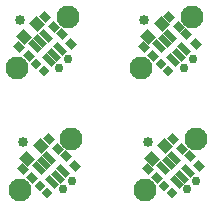
<source format=gts>
G04*
G04 #@! TF.GenerationSoftware,Altium Limited,Altium Designer,21.8.1 (53)*
G04*
G04 Layer_Color=8388736*
%FSLAX25Y25*%
%MOIN*%
G70*
G04*
G04 #@! TF.SameCoordinates,7148B44F-C07B-4FA7-92CD-32C68B6CDD5B*
G04*
G04*
G04 #@! TF.FilePolarity,Negative*
G04*
G01*
G75*
G04:AMPARAMS|DCode=16|XSize=45.28mil|YSize=21.65mil|CornerRadius=0mil|HoleSize=0mil|Usage=FLASHONLY|Rotation=135.000|XOffset=0mil|YOffset=0mil|HoleType=Round|Shape=Rectangle|*
%AMROTATEDRECTD16*
4,1,4,0.02366,-0.00835,0.00835,-0.02366,-0.02366,0.00835,-0.00835,0.02366,0.02366,-0.00835,0.0*
%
%ADD16ROTATEDRECTD16*%

G04:AMPARAMS|DCode=17|XSize=41.34mil|YSize=37.4mil|CornerRadius=0mil|HoleSize=0mil|Usage=FLASHONLY|Rotation=135.000|XOffset=0mil|YOffset=0mil|HoleType=Round|Shape=Rectangle|*
%AMROTATEDRECTD17*
4,1,4,0.02784,-0.00139,0.00139,-0.02784,-0.02784,0.00139,-0.00139,0.02784,0.02784,-0.00139,0.0*
%
%ADD17ROTATEDRECTD17*%

G04:AMPARAMS|DCode=18|XSize=29.53mil|YSize=25.59mil|CornerRadius=0mil|HoleSize=0mil|Usage=FLASHONLY|Rotation=135.000|XOffset=0mil|YOffset=0mil|HoleType=Round|Shape=Rectangle|*
%AMROTATEDRECTD18*
4,1,4,0.01949,-0.00139,0.00139,-0.01949,-0.01949,0.00139,-0.00139,0.01949,0.01949,-0.00139,0.0*
%
%ADD18ROTATEDRECTD18*%

G04:AMPARAMS|DCode=19|XSize=27.56mil|YSize=27.17mil|CornerRadius=0mil|HoleSize=0mil|Usage=FLASHONLY|Rotation=135.000|XOffset=0mil|YOffset=0mil|HoleType=Round|Shape=Rectangle|*
%AMROTATEDRECTD19*
4,1,4,0.01935,-0.00014,0.00014,-0.01935,-0.01935,0.00014,-0.00014,0.01935,0.01935,-0.00014,0.0*
%
%ADD19ROTATEDRECTD19*%

%ADD20C,0.07677*%
%ADD21C,0.03347*%
%ADD22C,0.02953*%
D16*
X801019Y111824D02*
D03*
X802829Y113633D02*
D03*
X804638Y115443D02*
D03*
X800078Y120003D02*
D03*
X798269Y118193D02*
D03*
X796459Y116384D02*
D03*
X802237Y71170D02*
D03*
X804047Y72979D02*
D03*
X805857Y74789D02*
D03*
X801297Y79349D02*
D03*
X799487Y77539D02*
D03*
X797678Y75730D02*
D03*
X760737Y71170D02*
D03*
X762547Y72979D02*
D03*
X764357Y74789D02*
D03*
X759796Y79349D02*
D03*
X757987Y77539D02*
D03*
X756178Y75730D02*
D03*
X754959Y116384D02*
D03*
X756769Y118193D02*
D03*
X758578Y120003D02*
D03*
X763138Y115443D02*
D03*
X761329Y113633D02*
D03*
X759519Y111824D02*
D03*
D17*
X797156Y123934D02*
D03*
X792702Y119480D02*
D03*
X798374Y83280D02*
D03*
X793920Y78826D02*
D03*
X756874Y83280D02*
D03*
X752420Y78826D02*
D03*
X751202Y119480D02*
D03*
X755656Y123934D02*
D03*
D18*
X805419Y120410D02*
D03*
X808481Y117348D02*
D03*
X802824Y123004D02*
D03*
X799762Y126067D02*
D03*
X791273Y116167D02*
D03*
X794335Y113105D02*
D03*
X792491Y75513D02*
D03*
X795553Y72451D02*
D03*
X804042Y82350D02*
D03*
X800980Y85413D02*
D03*
X806637Y79756D02*
D03*
X809699Y76693D02*
D03*
X765137Y79756D02*
D03*
X768199Y76693D02*
D03*
X762542Y82350D02*
D03*
X759480Y85413D02*
D03*
X750991Y75513D02*
D03*
X754053Y72451D02*
D03*
X758262Y126067D02*
D03*
X761324Y123004D02*
D03*
X752835Y113105D02*
D03*
X749773Y116167D02*
D03*
X766981Y117348D02*
D03*
X763919Y120410D02*
D03*
D19*
X799364Y108080D02*
D03*
X796858Y110585D02*
D03*
X800582Y67426D02*
D03*
X798076Y69931D02*
D03*
X759082Y67426D02*
D03*
X756576Y69931D02*
D03*
X755358Y110585D02*
D03*
X757864Y108080D02*
D03*
D20*
X807309Y126309D02*
D03*
X790327Y109327D02*
D03*
X808527Y85655D02*
D03*
X791545Y68673D02*
D03*
X765809Y126309D02*
D03*
X748827Y109327D02*
D03*
X767027Y85655D02*
D03*
X750045Y68673D02*
D03*
D21*
X791393Y125243D02*
D03*
X792612Y84589D02*
D03*
X751112D02*
D03*
X749893Y125243D02*
D03*
D22*
X804520Y109355D02*
D03*
X807577Y112346D02*
D03*
X805738Y68701D02*
D03*
X808795Y71692D02*
D03*
X767295D02*
D03*
X764238Y68701D02*
D03*
X766077Y112346D02*
D03*
X763020Y109355D02*
D03*
M02*

</source>
